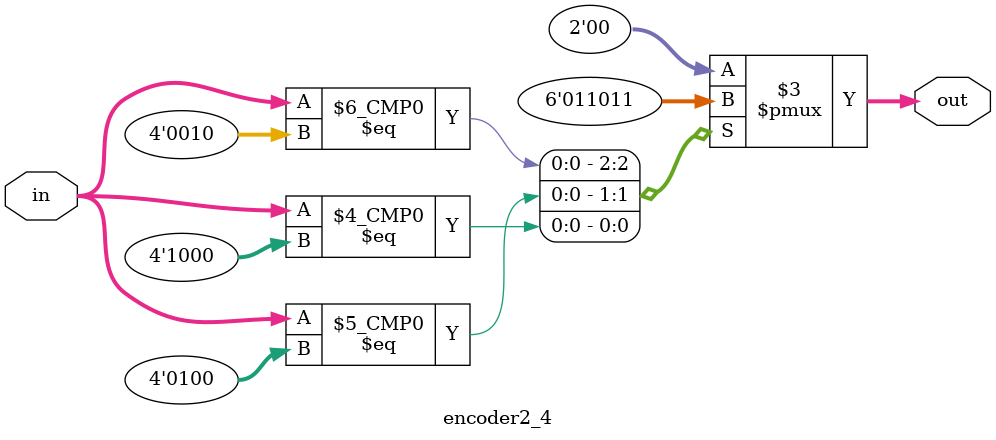
<source format=v>
module encoder2_4(
    input [3:0] in,
    output reg [1:0] out
);
    always @(*) begin
        case (in)
            4'b0001: out = 2'b00;
            4'b0010: out = 2'b01;
            4'b0100: out = 2'b10;
            4'b1000: out = 2'b11;
            default: out = 2'b00; // Default case
        endcase
    end
endmodule

</source>
